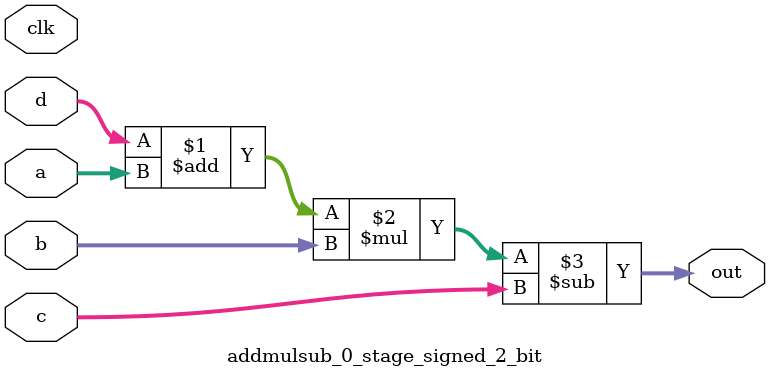
<source format=sv>
(* use_dsp = "yes" *) module addmulsub_0_stage_signed_2_bit(
	input signed [1:0] a,
	input signed [1:0] b,
	input signed [1:0] c,
	input signed [1:0] d,
	output [1:0] out,
	input clk);

	assign out = ((d + a) * b) - c;
endmodule

</source>
